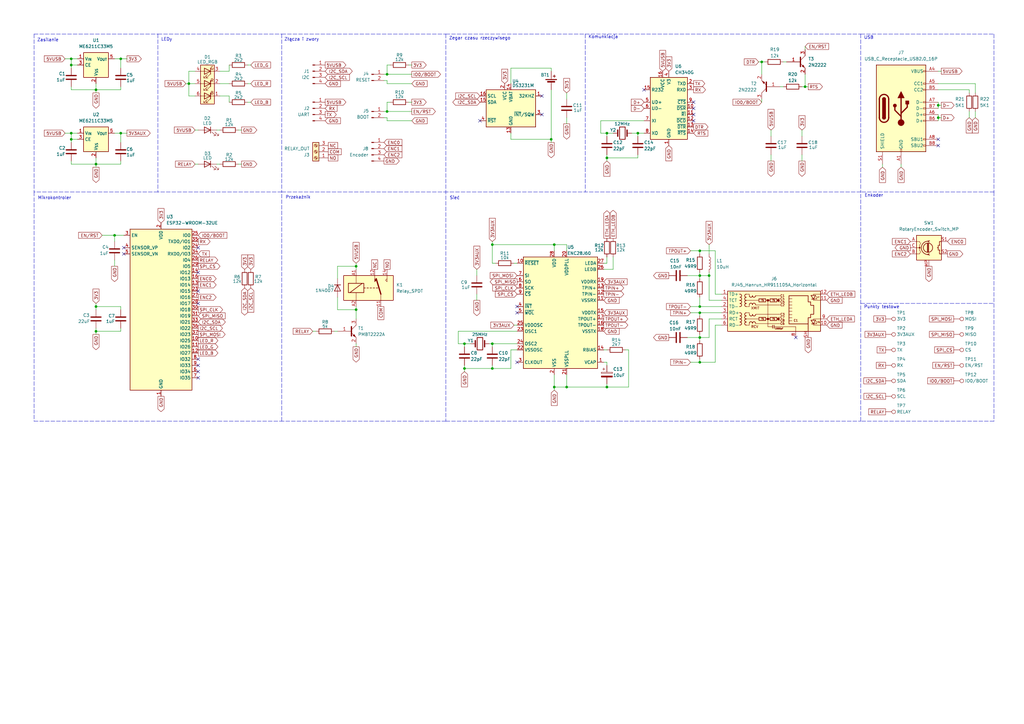
<source format=kicad_sch>
(kicad_sch (version 20231120) (generator "eeschema") (generator_version "8.0")
  (paper "A3")
  (title_block (title "DSMD AZBEST-3") (date "2024-12-25") (rev "3.0"))
  (junction (at 290.83 113.03))
  (junction (at 29.21 26.67))
  (junction (at 190.5 140.97))
  (junction (at 287.02 148.59))
  (junction (at 287.02 138.43))
  (junction (at 29.21 57.15))
  (junction (at 158.75 30.48))
  (junction (at 287.02 113.03))
  (junction (at 77.47 34.29))
  (junction (at 46.99 96.52))
  (junction (at 190.5 151.13))
  (junction (at 146.05 127))
  (junction (at 201.93 140.97))
  (junction (at 201.93 151.13))
  (junction (at 201.93 100.33))
  (junction (at 248.92 64.77))
  (junction (at 226.06 57.15))
  (junction (at 49.53 24.13))
  (junction (at 227.33 158.75))
  (junction (at 227.33 100.33))
  (junction (at 158.75 45.72))
  (junction (at 39.37 36.83))
  (junction (at 232.41 158.75))
  (junction (at 287.02 125.73))
  (junction (at 384.81 48.26))
  (junction (at 39.37 125.73))
  (junction (at 248.92 54.61))
  (junction (at 248.92 158.75))
  (junction (at 29.21 54.61))
  (junction (at 384.81 43.18))
  (junction (at 146.05 109.22))
  (junction (at 330.2 35.56))
  (junction (at 261.62 54.61))
  (junction (at 312.42 25.4))
  (junction (at 39.37 67.31))
  (junction (at 287.02 128.27))
  (junction (at 29.21 24.13))
  (junction (at 49.53 54.61))
  (junction (at 39.37 135.89))
  (junction (at 287.02 102.87))
  (no_connect (at 212.09 148.59))
  (no_connect (at 196.85 49.53))
  (no_connect (at 384.81 57.15))
  (no_connect (at 284.48 49.53))
  (no_connect (at 284.48 46.99))
  (no_connect (at 384.81 59.69))
  (no_connect (at 212.09 125.73))
  (no_connect (at 212.09 128.27))
  (no_connect (at 222.25 46.99))
  (no_connect (at 284.48 44.45))
  (no_connect (at 50.8 104.14))
  (no_connect (at 284.48 41.91))
  (no_connect (at 326.39 138.43))
  (no_connect (at 81.28 119.38))
  (no_connect (at 81.28 154.94))
  (no_connect (at 81.28 149.86))
  (no_connect (at 81.28 101.6))
  (no_connect (at 81.28 111.76))
  (no_connect (at 81.28 152.4))
  (no_connect (at 81.28 147.32))
  (no_connect (at 81.28 124.46))
  (no_connect (at 264.16 36.83))
  (no_connect (at 222.25 39.37))
  (no_connect (at 50.8 101.6))
  (wire (pts (xy 201.93 140.97) (xy 201.93 142.24)))
  (wire (pts (xy 39.37 67.31) (xy 39.37 68.58)))
  (wire (pts (xy 157.48 45.72) (xy 158.75 45.72)))
  (polyline (pts (xy 115.57 13.97) (xy 115.57 78.74)) (stroke (width 0) (type dash)))
  (wire (pts (xy 146.05 127) (xy 146.05 125.73)))
  (wire (pts (xy 99.06 67.31) (xy 97.79 67.31)))
  (wire (pts (xy 39.37 134.62) (xy 39.37 135.89)))
  (wire (pts (xy 201.93 140.97) (xy 212.09 140.97)))
  (wire (pts (xy 146.05 127) (xy 146.05 130.81)))
  (wire (pts (xy 295.91 130.81) (xy 290.83 130.81)))
  (wire (pts (xy 49.53 36.83) (xy 49.53 35.56)))
  (polyline (pts (xy 13.97 172.72) (xy 115.57 172.72)) (stroke (width 0) (type dash)))
  (wire (pts (xy 190.5 140.97) (xy 190.5 142.24)))
  (wire (pts (xy 39.37 36.83) (xy 39.37 38.1)))
  (wire (pts (xy 200.66 140.97) (xy 201.93 140.97)))
  (wire (pts (xy 39.37 125.73) (xy 39.37 127)))
  (wire (pts (xy 247.65 107.95) (xy 248.92 107.95)))
  (wire (pts (xy 261.62 63.5) (xy 261.62 64.77)))
  (wire (pts (xy 290.83 123.19) (xy 290.83 113.03)))
  (wire (pts (xy 232.41 100.33) (xy 232.41 102.87)))
  (wire (pts (xy 232.41 153.67) (xy 232.41 158.75)))
  (wire (pts (xy 146.05 127) (xy 138.43 127)))
  (wire (pts (xy 102.87 34.29) (xy 101.6 34.29)))
  (wire (pts (xy 226.06 57.15) (xy 226.06 58.42)))
  (wire (pts (xy 167.64 26.67) (xy 168.91 26.67)))
  (wire (pts (xy 41.91 96.52) (xy 46.99 96.52)))
  (polyline (pts (xy 64.77 13.97) (xy 64.77 78.74)) (stroke (width 0) (type dash)))
  (wire (pts (xy 232.41 38.1) (xy 232.41 40.64)))
  (wire (pts (xy 384.81 34.29) (xy 400.05 34.29)))
  (wire (pts (xy 39.37 64.77) (xy 39.37 67.31)))
  (wire (pts (xy 49.53 67.31) (xy 49.53 66.04)))
  (wire (pts (xy 400.05 34.29) (xy 400.05 38.1)))
  (wire (pts (xy 167.64 41.91) (xy 168.91 41.91)))
  (wire (pts (xy 293.37 133.35) (xy 295.91 133.35)))
  (wire (pts (xy 77.47 34.29) (xy 80.01 34.29)))
  (polyline (pts (xy 115.57 172.72) (xy 115.57 78.74)) (stroke (width 0) (type dash)))
  (wire (pts (xy 209.55 151.13) (xy 201.93 151.13)))
  (wire (pts (xy 248.92 54.61) (xy 251.46 54.61)))
  (wire (pts (xy 316.23 53.34) (xy 316.23 55.88)))
  (wire (pts (xy 158.75 26.67) (xy 158.75 30.48)))
  (wire (pts (xy 39.37 34.29) (xy 39.37 36.83)))
  (wire (pts (xy 210.82 107.95) (xy 212.09 107.95)))
  (wire (pts (xy 187.96 135.89) (xy 212.09 135.89)))
  (wire (pts (xy 187.96 140.97) (xy 190.5 140.97)))
  (wire (pts (xy 146.05 107.95) (xy 146.05 109.22)))
  (wire (pts (xy 90.17 67.31) (xy 88.9 67.31)))
  (wire (pts (xy 158.75 30.48) (xy 168.91 30.48)))
  (wire (pts (xy 93.98 26.67) (xy 93.98 29.21)))
  (polyline (pts (xy 182.88 13.97) (xy 240.03 13.97)) (stroke (width 0) (type dash)))
  (wire (pts (xy 328.93 53.34) (xy 328.93 55.88)))
  (wire (pts (xy 311.15 25.4) (xy 312.42 25.4)))
  (wire (pts (xy 283.21 148.59) (xy 287.02 148.59)))
  (wire (pts (xy 384.81 43.18) (xy 386.08 43.18)))
  (wire (pts (xy 210.82 133.35) (xy 212.09 133.35)))
  (wire (pts (xy 39.37 125.73) (xy 49.53 125.73)))
  (wire (pts (xy 209.55 57.15) (xy 226.06 57.15)))
  (wire (pts (xy 201.93 100.33) (xy 201.93 107.95)))
  (polyline (pts (xy 407.67 78.74) (xy 407.67 172.72)) (stroke (width 0) (type dash)))
  (wire (pts (xy 168.91 49.53) (xy 158.75 49.53)))
  (polyline (pts (xy 240.03 13.97) (xy 240.03 78.74)) (stroke (width 0) (type dash)))
  (wire (pts (xy 283.21 128.27) (xy 287.02 128.27)))
  (wire (pts (xy 248.92 148.59) (xy 247.65 148.59)))
  (wire (pts (xy 49.53 24.13) (xy 49.53 27.94)))
  (wire (pts (xy 146.05 109.22) (xy 146.05 110.49)))
  (wire (pts (xy 201.93 100.33) (xy 227.33 100.33)))
  (wire (pts (xy 312.42 25.4) (xy 313.69 25.4)))
  (polyline (pts (xy 182.88 172.72) (xy 353.06 172.72)) (stroke (width 0) (type dash)))
  (wire (pts (xy 201.93 151.13) (xy 190.5 151.13)))
  (polyline (pts (xy 407.67 13.97) (xy 407.67 78.74)) (stroke (width 0) (type dash)))
  (wire (pts (xy 227.33 158.75) (xy 232.41 158.75)))
  (wire (pts (xy 247.65 143.51) (xy 248.92 143.51)))
  (wire (pts (xy 287.02 129.54) (xy 287.02 128.27)))
  (wire (pts (xy 295.91 123.19) (xy 290.83 123.19)))
  (wire (pts (xy 39.37 67.31) (xy 49.53 67.31)))
  (wire (pts (xy 384.81 29.21) (xy 386.08 29.21)))
  (wire (pts (xy 46.99 96.52) (xy 50.8 96.52)))
  (wire (pts (xy 29.21 24.13) (xy 31.75 24.13)))
  (wire (pts (xy 77.47 39.37) (xy 77.47 34.29)))
  (wire (pts (xy 361.95 68.58) (xy 361.95 67.31)))
  (wire (pts (xy 397.51 36.83) (xy 384.81 36.83)))
  (wire (pts (xy 138.43 127) (xy 138.43 121.92)))
  (wire (pts (xy 246.38 49.53) (xy 246.38 54.61)))
  (wire (pts (xy 248.92 66.04) (xy 248.92 64.77)))
  (wire (pts (xy 52.07 54.61) (xy 49.53 54.61)))
  (wire (pts (xy 248.92 158.75) (xy 248.92 157.48)))
  (polyline (pts (xy 353.06 78.74) (xy 182.88 78.74)) (stroke (width 0) (type dash)))
  (wire (pts (xy 195.58 110.49) (xy 195.58 113.03)))
  (wire (pts (xy 227.33 158.75) (xy 227.33 153.67)))
  (wire (pts (xy 160.02 26.67) (xy 158.75 26.67)))
  (wire (pts (xy 39.37 124.46) (xy 39.37 125.73)))
  (wire (pts (xy 77.47 34.29) (xy 77.47 29.21)))
  (wire (pts (xy 46.99 96.52) (xy 46.99 99.06)))
  (wire (pts (xy 287.02 148.59) (xy 293.37 148.59)))
  (wire (pts (xy 80.01 53.34) (xy 81.28 53.34)))
  (wire (pts (xy 290.83 111.76) (xy 290.83 113.03)))
  (wire (pts (xy 397.51 38.1) (xy 397.51 36.83)))
  (wire (pts (xy 226.06 27.94) (xy 226.06 29.21)))
  (wire (pts (xy 201.93 99.06) (xy 201.93 100.33)))
  (wire (pts (xy 287.02 125.73) (xy 295.91 125.73)))
  (wire (pts (xy 293.37 102.87) (xy 287.02 102.87)))
  (wire (pts (xy 283.21 125.73) (xy 287.02 125.73)))
  (wire (pts (xy 290.83 130.81) (xy 290.83 138.43)))
  (wire (pts (xy 369.57 67.31) (xy 369.57 68.58)))
  (wire (pts (xy 39.37 67.31) (xy 29.21 67.31)))
  (wire (pts (xy 49.53 134.62) (xy 49.53 135.89)))
  (wire (pts (xy 287.02 138.43) (xy 287.02 139.7)))
  (wire (pts (xy 46.99 54.61) (xy 49.53 54.61)))
  (wire (pts (xy 287.02 121.92) (xy 287.02 125.73)))
  (wire (pts (xy 29.21 27.94) (xy 29.21 26.67)))
  (wire (pts (xy 251.46 110.49) (xy 251.46 105.41)))
  (wire (pts (xy 246.38 49.53) (xy 264.16 49.53)))
  (wire (pts (xy 157.48 30.48) (xy 158.75 30.48)))
  (wire (pts (xy 29.21 36.83) (xy 29.21 35.56)))
  (wire (pts (xy 29.21 67.31) (xy 29.21 66.04)))
  (wire (pts (xy 158.75 45.72) (xy 168.91 45.72)))
  (wire (pts (xy 290.83 113.03) (xy 287.02 113.03)))
  (wire (pts (xy 247.65 110.49) (xy 251.46 110.49)))
  (wire (pts (xy 330.2 30.48) (xy 330.2 35.56)))
  (wire (pts (xy 201.93 149.86) (xy 201.93 151.13)))
  (polyline (pts (xy 182.88 172.72) (xy 115.57 172.72)) (stroke (width 0) (type dash)))
  (wire (pts (xy 93.98 29.21) (xy 90.17 29.21)))
  (polyline (pts (xy 182.88 13.97) (xy 182.88 172.72)) (stroke (width 0) (type dash)))
  (wire (pts (xy 312.42 41.91) (xy 312.42 40.64)))
  (polyline (pts (xy 115.57 13.97) (xy 182.88 13.97)) (stroke (width 0) (type dash)))
  (polyline (pts (xy 13.97 13.97) (xy 64.77 13.97)) (stroke (width 0) (type dash)))
  (wire (pts (xy 168.91 34.29) (xy 158.75 34.29)))
  (wire (pts (xy 88.9 53.34) (xy 90.17 53.34)))
  (wire (pts (xy 158.75 48.26) (xy 157.48 48.26)))
  (wire (pts (xy 99.06 53.34) (xy 97.79 53.34)))
  (wire (pts (xy 146.05 142.24) (xy 146.05 140.97)))
  (wire (pts (xy 330.2 19.05) (xy 330.2 20.32)))
  (wire (pts (xy 384.81 46.99) (xy 384.81 48.26)))
  (wire (pts (xy 212.09 143.51) (xy 209.55 143.51)))
  (wire (pts (xy 293.37 120.65) (xy 295.91 120.65)))
  (polyline (pts (xy 64.77 78.74) (xy 13.97 78.74)) (stroke (width 0) (type dash)))
  (wire (pts (xy 49.53 125.73) (xy 49.53 127)))
  (polyline (pts (xy 353.06 13.97) (xy 407.67 13.97)) (stroke (width 0) (type dash)))
  (wire (pts (xy 281.94 138.43) (xy 287.02 138.43)))
  (wire (pts (xy 287.02 104.14) (xy 287.02 102.87)))
  (wire (pts (xy 128.27 135.89) (xy 129.54 135.89)))
  (wire (pts (xy 384.81 41.91) (xy 384.81 43.18)))
  (wire (pts (xy 29.21 57.15) (xy 29.21 54.61)))
  (polyline (pts (xy 407.67 172.72) (xy 353.06 172.72)) (stroke (width 0) (type dash)))
  (wire (pts (xy 190.5 140.97) (xy 193.04 140.97)))
  (wire (pts (xy 330.2 35.56) (xy 328.93 35.56)))
  (polyline (pts (xy 353.06 172.72) (xy 353.06 78.74)) (stroke (width 0) (type dash)))
  (wire (pts (xy 287.02 138.43) (xy 290.83 138.43)))
  (wire (pts (xy 261.62 54.61) (xy 261.62 55.88)))
  (wire (pts (xy 46.99 106.68) (xy 46.99 109.22)))
  (wire (pts (xy 160.02 41.91) (xy 158.75 41.91)))
  (wire (pts (xy 93.98 39.37) (xy 93.98 41.91)))
  (wire (pts (xy 39.37 135.89) (xy 49.53 135.89)))
  (polyline (pts (xy 64.77 13.97) (xy 115.57 13.97)) (stroke (width 0) (type dash)))
  (wire (pts (xy 321.31 25.4) (xy 322.58 25.4)))
  (wire (pts (xy 209.55 27.94) (xy 226.06 27.94)))
  (wire (pts (xy 330.2 35.56) (xy 331.47 35.56)))
  (wire (pts (xy 261.62 64.77) (xy 248.92 64.77)))
  (polyline (pts (xy 13.97 78.74) (xy 13.97 172.72)) (stroke (width 0) (type dash)))
  (wire (pts (xy 209.55 143.51) (xy 209.55 151.13)))
  (wire (pts (xy 39.37 36.83) (xy 49.53 36.83)))
  (wire (pts (xy 46.99 24.13) (xy 49.53 24.13)))
  (wire (pts (xy 259.08 54.61) (xy 261.62 54.61)))
  (wire (pts (xy 287.02 148.59) (xy 287.02 147.32)))
  (wire (pts (xy 158.75 33.02) (xy 157.48 33.02)))
  (wire (pts (xy 293.37 120.65) (xy 293.37 102.87)))
  (wire (pts (xy 384.81 48.26) (xy 386.08 48.26)))
  (wire (pts (xy 287.02 128.27) (xy 295.91 128.27)))
  (wire (pts (xy 90.17 39.37) (xy 93.98 39.37)))
  (wire (pts (xy 158.75 41.91) (xy 158.75 45.72)))
  (polyline (pts (xy 353.06 124.46) (xy 407.67 124.46)) (stroke (width 0) (type dash)))
  (wire (pts (xy 232.41 158.75) (xy 248.92 158.75)))
  (wire (pts (xy 227.33 100.33) (xy 232.41 100.33)))
  (wire (pts (xy 293.37 148.59) (xy 293.37 133.35)))
  (wire (pts (xy 328.93 63.5) (xy 328.93 66.04)))
  (wire (pts (xy 287.02 113.03) (xy 287.02 114.3)))
  (polyline (pts (xy 407.67 78.74) (xy 353.06 78.74)) (stroke (width 0) (type dash)))
  (wire (pts (xy 248.92 54.61) (xy 248.92 55.88)))
  (wire (pts (xy 187.96 135.89) (xy 187.96 140.97)))
  (wire (pts (xy 29.21 58.42) (xy 29.21 57.15)))
  (polyline (pts (xy 240.03 13.97) (xy 353.06 13.97)) (stroke (width 0) (type dash)))
  (wire (pts (xy 102.87 26.67) (xy 101.6 26.67)))
  (wire (pts (xy 29.21 54.61) (xy 31.75 54.61)))
  (wire (pts (xy 246.38 54.61) (xy 248.92 54.61)))
  (wire (pts (xy 209.55 54.61) (xy 209.55 57.15)))
  (wire (pts (xy 201.93 107.95) (xy 203.2 107.95)))
  (polyline (pts (xy 353.06 13.97) (xy 353.06 78.74)) (stroke (width 0) (type dash)))
  (wire (pts (xy 384.81 43.18) (xy 384.81 44.45)))
  (wire (pts (xy 316.23 63.5) (xy 316.23 66.04)))
  (wire (pts (xy 77.47 29.21) (xy 80.01 29.21)))
  (wire (pts (xy 226.06 36.83) (xy 226.06 57.15)))
  (polyline (pts (xy 115.57 78.74) (xy 64.77 78.74)) (stroke (width 0) (type dash)))
  (wire (pts (xy 281.94 113.03) (xy 287.02 113.03)))
  (wire (pts (xy 158.75 49.53) (xy 158.75 48.26)))
  (wire (pts (xy 31.75 26.67) (xy 29.21 26.67)))
  (wire (pts (xy 102.87 41.91) (xy 101.6 41.91)))
  (wire (pts (xy 190.5 151.13) (xy 190.5 149.86)))
  (wire (pts (xy 261.62 54.61) (xy 264.16 54.61)))
  (wire (pts (xy 195.58 120.65) (xy 195.58 123.19)))
  (wire (pts (xy 248.92 107.95) (xy 248.92 105.41)))
  (wire (pts (xy 90.17 34.29) (xy 93.98 34.29)))
  (wire (pts (xy 257.81 158.75) (xy 248.92 158.75)))
  (wire (pts (xy 138.43 109.22) (xy 138.43 114.3)))
  (wire (pts (xy 80.01 39.37) (xy 77.47 39.37)))
  (wire (pts (xy 287.02 137.16) (xy 287.02 138.43)))
  (wire (pts (xy 190.5 152.4) (xy 190.5 151.13)))
  (wire (pts (xy 232.41 48.26) (xy 232.41 50.8)))
  (wire (pts (xy 227.33 158.75) (xy 227.33 160.02)))
  (wire (pts (xy 209.55 27.94) (xy 209.55 34.29)))
  (wire (pts (xy 26.67 24.13) (xy 29.21 24.13)))
  (wire (pts (xy 137.16 135.89) (xy 138.43 135.89)))
  (wire (pts (xy 26.67 54.61) (xy 29.21 54.61)))
  (wire (pts (xy 384.81 48.26) (xy 384.81 49.53)))
  (wire (pts (xy 400.05 45.72) (xy 400.05 48.26)))
  (wire (pts (xy 248.92 148.59) (xy 248.92 149.86)))
  (wire (pts (xy 290.83 100.33) (xy 290.83 104.14)))
  (wire (pts (xy 397.51 45.72) (xy 397.51 48.26)))
  (polyline (pts (xy 115.57 78.74) (xy 182.88 78.74)) (stroke (width 0) (type dash)))
  (wire (pts (xy 248.92 64.77) (xy 248.92 63.5)))
  (wire (pts (xy 39.37 135.89) (xy 39.37 137.16)))
  (polyline (pts (xy 13.97 13.97) (xy 13.97 78.74)) (stroke (width 0) (type dash)))
  (wire (pts (xy 312.42 25.4) (xy 312.42 30.48)))
  (wire (pts (xy 80.01 67.31) (xy 81.28 67.31)))
  (wire (pts (xy 287.02 113.03) (xy 287.02 111.76)))
  (wire (pts (xy 257.81 143.51) (xy 257.81 158.75)))
  (wire (pts (xy 227.33 100.33) (xy 227.33 102.87)))
  (wire (pts (xy 29.21 26.67) (xy 29.21 24.13)))
  (wire (pts (xy 321.31 35.56) (xy 320.04 35.56)))
  (wire (pts (xy 39.37 36.83) (xy 29.21 36.83)))
  (wire (pts (xy 52.07 24.13) (xy 49.53 24.13)))
  (wire (pts (xy 257.81 143.51) (xy 256.54 143.51)))
  (wire (pts (xy 158.75 34.29) (xy 158.75 33.02)))
  (wire (pts (xy 49.53 54.61) (xy 49.53 58.42)))
  (wire (pts (xy 77.47 34.29) (xy 76.2 34.29)))
  (wire (pts (xy 146.05 109.22) (xy 138.43 109.22)))
  (wire (pts (xy 287.02 102.87) (xy 283.21 102.87)))
  (wire (pts (xy 31.75 57.15) (xy 29.21 57.15)))
  (text "LEDy" (at 66.04 16.256 0) (effects (font (size 1.27 1.27)) (justify left)))
  (text "Punkty testowe" (at 354.33 125.984 0) (effects (font (size 1.27 1.27)) (justify left)))
  (text "Przekaźnik" (at 117.094 81.026 0) (effects (font (size 1.27 1.27)) (justify left)))
  (text "Enkoder" (at 354.584 80.264 0) (effects (font (size 1.27 1.27)) (justify left)))
  (text "Złącza i zwory" (at 116.586 16.256 0) (effects (font (size 1.27 1.27)) (justify left)))
  (text "Sieć" (at 184.404 81.28 0) (effects (font (size 1.27 1.27)) (justify left)))
  (text "Zasilanie" (at 15.24 16.51 0) (effects (font (size 1.27 1.27)) (justify left)))
  (text "Komunkiacja" (at 241.3 15.24 0) (effects (font (size 1.27 1.27)) (justify left)))
  (text "Zegar czasu rzeczywisego" (at 184.15 15.748 0) (effects (font (size 1.27 1.27)) (justify left)))
  (text "Mikrokontroler" (at 15.494 81.28 0) (effects (font (size 1.27 1.27)) (justify left)))
  (text "USB" (at 354.33 15.494 0) (effects (font (size 1.27 1.27)) (justify left)))
  (global_label "GND" (shape output) (at 66.04 162.56 270) (property "Intersheetrefs" "${INTERSHEET_REFS}" (effects (hide yes))))
  (global_label "ENC2" (shape output) (at 81.28 121.92 0) (property "Intersheetrefs" "${INTERSHEET_REFS}" (effects (hide yes))))
  (global_label "EN{slash}RST" (shape passive) (at 391.16 149.86 180) (property "Intersheetrefs" "${INTERSHEET_REFS}" (effects (hide yes))))
  (global_label "GND" (shape input) (at 168.91 34.29 0) (property "Intersheetrefs" "${INTERSHEET_REFS}" (effects (hide yes))))
  (global_label "GND" (shape output) (at 157.48 66.04 0) (property "Intersheetrefs" "${INTERSHEET_REFS}" (effects (hide yes))))
  (global_label "EN{slash}RST" (shape input) (at 330.2 19.05 0) (property "Intersheetrefs" "${INTERSHEET_REFS}" (effects (hide yes))))
  (global_label "LED_R" (shape input) (at 102.87 34.29 0) (property "Intersheetrefs" "${INTERSHEET_REFS}" (effects (hide yes))))
  (global_label "SPI_CS" (shape passive) (at 391.16 143.51 180) (property "Intersheetrefs" "${INTERSHEET_REFS}" (effects (hide yes))))
  (global_label "SPI_CS" (shape output) (at 81.28 109.22 0) (property "Intersheetrefs" "${INTERSHEET_REFS}" (effects (hide yes))))
  (global_label "RX" (shape output) (at 81.28 99.06 0) (property "Intersheetrefs" "${INTERSHEET_REFS}" (effects (hide yes))))
  (global_label "GND" (shape output) (at 195.58 123.19 270) (property "Intersheetrefs" "${INTERSHEET_REFS}" (effects (hide yes))))
  (global_label "SPI_MISO" (shape passive) (at 391.16 137.16 180) (property "Intersheetrefs" "${INTERSHEET_REFS}" (effects (hide yes))))
  (global_label "SPI_CS" (shape input) (at 212.09 120.65 180) (property "Intersheetrefs" "${INTERSHEET_REFS}" (effects (hide yes))))
  (global_label "RELAY" (shape output) (at 81.28 106.68 0) (property "Intersheetrefs" "${INTERSHEET_REFS}" (effects (hide yes))))
  (global_label "I2C_SDA" (shape bidirectional) (at 81.28 132.08 0) (property "Intersheetrefs" "${INTERSHEET_REFS}" (effects (hide yes))))
  (global_label "GND" (shape input) (at 274.32 59.69 270) (property "Intersheetrefs" "${INTERSHEET_REFS}" (effects (hide yes))))
  (global_label "GND" (shape input) (at 133.35 49.53 0) (property "Intersheetrefs" "${INTERSHEET_REFS}" (effects (hide yes))))
  (global_label "LED_B" (shape input) (at 102.87 41.91 0) (property "Intersheetrefs" "${INTERSHEET_REFS}" (effects (hide yes))))
  (global_label "GND" (shape input) (at 339.09 123.19 0) (property "Intersheetrefs" "${INTERSHEET_REFS}" (effects (hide yes))))
  (global_label "3V3" (shape input) (at 102.87 110.49 90) (property "Intersheetrefs" "${INTERSHEET_REFS}" (effects (hide yes))))
  (global_label "ENC2" (shape input) (at 157.48 63.5 0) (property "Intersheetrefs" "${INTERSHEET_REFS}" (effects (hide yes))))
  (global_label "ETH_LEDB" (shape output) (at 251.46 97.79 90) (property "Intersheetrefs" "${INTERSHEET_REFS}" (effects (hide yes))))
  (global_label "GND" (shape output) (at 39.37 68.58 270) (property "Intersheetrefs" "${INTERSHEET_REFS}" (effects (hide yes))))
  (global_label "GND" (shape input) (at 400.05 48.26 270) (property "Intersheetrefs" "${INTERSHEET_REFS}" (effects (hide yes))))
  (global_label "IO0{slash}BOOT" (shape output) (at 168.91 30.48 0) (property "Intersheetrefs" "${INTERSHEET_REFS}" (effects (hide yes))))
  (global_label "D+" (shape output) (at 386.08 48.26 0) (property "Intersheetrefs" "${INTERSHEET_REFS}" (effects (hide yes))))
  (global_label "TX" (shape passive) (at 363.22 143.51 180) (property "Intersheetrefs" "${INTERSHEET_REFS}" (effects (hide yes))))
  (global_label "I2C_SCL" (shape input) (at 196.85 39.37 180) (property "Intersheetrefs" "${INTERSHEET_REFS}" (effects (hide yes))))
  (global_label "GND" (shape input) (at 247.65 135.89 0) (property "Intersheetrefs" "${INTERSHEET_REFS}" (effects (hide yes))))
  (global_label "EN{slash}RST" (shape input) (at 41.91 96.52 180) (property "Intersheetrefs" "${INTERSHEET_REFS}" (effects (hide yes))))
  (global_label "NC" (shape passive) (at 153.67 110.49 90) (property "Intersheetrefs" "${INTERSHEET_REFS}" (effects (hide yes))))
  (global_label "GND" (shape output) (at 388.62 104.14 0) (property "Intersheetrefs" "${INTERSHEET_REFS}" (effects (hide yes))))
  (global_label "GND" (shape output) (at 274.32 113.03 180) (property "Intersheetrefs" "${INTERSHEET_REFS}" (effects (hide yes))))
  (global_label "I2C_SCL" (shape input) (at 102.87 118.11 270) (property "Intersheetrefs" "${INTERSHEET_REFS}" (effects (hide yes))))
  (global_label "5VUSB" (shape input) (at 80.01 53.34 180) (property "Intersheetrefs" "${INTERSHEET_REFS}" (effects (hide yes))))
  (global_label "3V3AUX" (shape input) (at 290.83 100.33 90) (property "Intersheetrefs" "${INTERSHEET_REFS}" (effects (hide yes))))
  (global_label "TX" (shape input) (at 81.28 104.14 0) (property "Intersheetrefs" "${INTERSHEET_REFS}" (effects (hide yes))))
  (global_label "ENC0" (shape output) (at 81.28 114.3 0) (property "Intersheetrefs" "${INTERSHEET_REFS}" (effects (hide yes))))
  (global_label "TPOUT+" (shape output) (at 247.65 130.81 0) (property "Intersheetrefs" "${INTERSHEET_REFS}" (effects (hide yes))))
  (global_label "ENC2" (shape input) (at 373.38 104.14 180) (property "Intersheetrefs" "${INTERSHEET_REFS}" (effects (hide yes))))
  (global_label "SPI_CLK" (shape output) (at 81.28 127 0) (property "Intersheetrefs" "${INTERSHEET_REFS}" (effects (hide yes))))
  (global_label "I2C_SCL" (shape output) (at 81.28 134.62 0) (property "Intersheetrefs" "${INTERSHEET_REFS}" (effects (hide yes))))
  (global_label "SPI_MOSI" (shape input) (at 212.09 113.03 180) (property "Intersheetrefs" "${INTERSHEET_REFS}" (effects (hide yes))))
  (global_label "3V3" (shape output) (at 52.07 24.13 0) (property "Intersheetrefs" "${INTERSHEET_REFS}" (effects (hide yes))))
  (global_label "TX" (shape output) (at 133.35 46.99 0) (property "Intersheetrefs" "${INTERSHEET_REFS}" (effects (hide yes))))
  (global_label "LED_B" (shape output) (at 81.28 144.78 0) (property "Intersheetrefs" "${INTERSHEET_REFS}" (effects (hide yes))))
  (global_label "I2C_SDA" (shape bidirectional) (at 196.85 41.91 180) (property "Intersheetrefs" "${INTERSHEET_REFS}" (effects (hide yes))))
  (global_label "D+" (shape input) (at 264.16 41.91 180) (property "Intersheetrefs" "${INTERSHEET_REFS}" (effects (hide yes))))
  (global_label "TPIN-" (shape input) (at 283.21 148.59 180) (property "Intersheetrefs" "${INTERSHEET_REFS}" (effects (hide yes))))
  (global_label "GND" (shape output) (at 226.06 58.42 270) (property "Intersheetrefs" "${INTERSHEET_REFS}" (effects (hide yes))))
  (global_label "GND" (shape input) (at 168.91 49.53 0) (property "Intersheetrefs" "${INTERSHEET_REFS}" (effects (hide yes))))
  (global_label "D-" (shape input) (at 264.16 44.45 180) (property "Intersheetrefs" "${INTERSHEET_REFS}" (effects (hide yes))))
  (global_label "EN{slash}RST" (shape output) (at 168.91 45.72 0) (property "Intersheetrefs" "${INTERSHEET_REFS}" (effects (hide yes))))
  (global_label "3V3" (shape input) (at 207.01 34.29 90) (property "Intersheetrefs" "${INTERSHEET_REFS}" (effects (hide yes))))
  (global_label "ETH_LEDB" (shape input) (at 339.09 120.65 0) (property "Intersheetrefs" "${INTERSHEET_REFS}" (effects (hide yes))))
  (global_label "GND" (shape input) (at 369.57 68.58 270) (property "Intersheetrefs" "${INTERSHEET_REFS}" (effects (hide yes))))
  (global_label "GND" (shape output) (at 99.06 67.31 0) (property "Intersheetrefs" "${INTERSHEET_REFS}" (effects (hide yes))))
  (global_label "ENC1" (shape input) (at 157.48 60.96 0) (property "Intersheetrefs" "${INTERSHEET_REFS}" (effects (hide yes))))
  (global_label "GND" (shape output) (at 328.93 66.04 270) (property "Intersheetrefs" "${INTERSHEET_REFS}" (effects (hide yes))))
  (global_label "I2C_SCL" (shape passive) (at 363.22 162.56 180) (property "Intersheetrefs" "${INTERSHEET_REFS}" (effects (hide yes))))
  (global_label "3V3" (shape input) (at 66.04 91.44 90) (property "Intersheetrefs" "${INTERSHEET_REFS}" (effects (hide yes))))
  (global_label "GND" (shape input) (at 248.92 66.04 270) (property "Intersheetrefs" "${INTERSHEET_REFS}" (effects (hide yes))))
  (global_label "RELAY" (shape input) (at 80.01 67.31 180) (property "Intersheetrefs" "${INTERSHEET_REFS}" (effects (hide yes))))
  (global_label "GND" (shape output) (at 316.23 66.04 270) (property "Intersheetrefs" "${INTERSHEET_REFS}" (effects (hide yes))))
  (global_label "ETH_LEDA" (shape output) (at 248.92 97.79 90) (property "Intersheetrefs" "${INTERSHEET_REFS}" (effects (hide yes))))
  (global_label "IO0{slash}BOOT" (shape passive) (at 391.16 156.21 180) (property "Intersheetrefs" "${INTERSHEET_REFS}" (effects (hide yes))))
  (global_label "GND" (shape output) (at 331.47 138.43 270) (property "Intersheetrefs" "${INTERSHEET_REFS}" (effects (hide yes))))
  (global_label "TPOUT-" (shape input) (at 283.21 125.73 180) (property "Intersheetrefs" "${INTERSHEET_REFS}" (effects (hide yes))))
  (global_label "IO0{slash}BOOT" (shape input) (at 312.42 41.91 180) (property "Intersheetrefs" "${INTERSHEET_REFS}" (effects (hide yes))))
  (global_label "LED_G" (shape output) (at 81.28 142.24 0) (property "Intersheetrefs" "${INTERSHEET_REFS}" (effects (hide yes))))
  (global_label "3V3" (shape output) (at 168.91 26.67 0) (property "Intersheetrefs" "${INTERSHEET_REFS}" (effects (hide yes))))
  (global_label "RELAY" (shape input) (at 128.27 135.89 180) (property "Intersheetrefs" "${INTERSHEET_REFS}" (effects (hide yes))))
  (global_label "NO" (shape passive) (at 158.75 110.49 90) (property "Intersheetrefs" "${INTERSHEET_REFS}" (effects (hide yes))))
  (global_label "GND" (shape input) (at 339.09 133.35 0) (property "Intersheetrefs" "${INTERSHEET_REFS}" (effects (hide yes))))
  (global_label "ETH_LEDA" (shape input) (at 339.09 130.81 0) (property "Intersheetrefs" "${INTERSHEET_REFS}" (effects (hide yes))))
  (global_label "SPI_MOSI" (shape output) (at 81.28 137.16 0) (property "Intersheetrefs" "${INTERSHEET_REFS}" (effects (hide yes))))
  (global_label "3V3AUX" (shape input) (at 210.82 133.35 180) (property "Intersheetrefs" "${INTERSHEET_REFS}" (effects (hide yes))))
  (global_label "ENC1" (shape output) (at 81.28 116.84 0) (property "Intersheetrefs" "${INTERSHEET_REFS}" (effects (hide yes))))
  (global_label "RX" (shape input) (at 133.35 44.45 0) (property "Intersheetrefs" "${INTERSHEET_REFS}" (effects (hide yes))))
  (global_label "GND" (shape input) (at 361.95 68.58 270) (property "Intersheetrefs" "${INTERSHEET_REFS}" (effects (hide yes))))
  (global_label "GND" (shape input) (at 227.33 160.02 270) (property "Intersheetrefs" "${INTERSHEET_REFS}" (effects (hide yes))))
  (global_label "RELAY" (shape passive) (at 363.22 168.91 180) (property "Intersheetrefs" "${INTERSHEET_REFS}" (effects (hide yes))))
  (global_label "5VUSB" (shape input) (at 271.78 29.21 90) (property "Intersheetrefs" "${INTERSHEET_REFS}" (effects (hide yes))))
  (global_label "RX" (shape passive) (at 363.22 149.86 180) (property "Intersheetrefs" "${INTERSHEET_REFS}" (effects (hide yes))))
  (global_label "I2C_SDA" (shape passive) (at 363.22 156.21 180) (property "Intersheetrefs" "${INTERSHEET_REFS}" (effects (hide yes))))
  (global_label "3V3" (shape input) (at 232.41 38.1 90) (property "Intersheetrefs" "${INTERSHEET_REFS}" (effects (hide yes))))
  (global_label "GND" (shape input) (at 190.5 152.4 270) (property "Intersheetrefs" "${INTERSHEET_REFS}" (effects (hide yes))))
  (global_label "5VUSB" (shape input) (at 76.2 34.29 180) (property "Intersheetrefs" "${INTERSHEET_REFS}" (effects (hide yes))))
  (global_label "5VUSB" (shape output) (at 133.35 26.67 0) (property "Intersheetrefs" "${INTERSHEET_REFS}" (effects (hide yes))))
  (global_label "GND" (shape output) (at 46.99 109.22 270) (property "Intersheetrefs" "${INTERSHEET_REFS}" (effects (hide yes))))
  (global_label "3V3AUX" (shape passive) (at 363.22 137.16 180) (property "Intersheetrefs" "${INTERSHEET_REFS}" (effects (hide yes))))
  (global_label "3V3AUX" (shape input) (at 195.58 110.49 90) (property "Intersheetrefs" "${INTERSHEET_REFS}" (effects (hide yes))))
  (global_label "3V3" (shape output) (at 168.91 41.91 0) (property "Intersheetrefs" "${INTERSHEET_REFS}" (effects (hide yes))))
  (global_label "GND" (shape input) (at 133.35 34.29 0) (property "Intersheetrefs" "${INTERSHEET_REFS}" (effects (hide yes))))
  (global_label "5VUSB" (shape input) (at 26.67 54.61 180) (property "Intersheetrefs" "${INTERSHEET_REFS}" (effects (hide yes))))
  (global_label "DTR" (shape input) (at 311.15 25.4 180) (property "Intersheetrefs" "${INTERSHEET_REFS}" (effects (hide yes))))
  (global_label "GND" (shape output) (at 39.37 137.16 270) (property "Intersheetrefs" "${INTERSHEET_REFS}" (effects (hide yes))))
  (global_label "I2C_SCL" (shape input) (at 133.35 31.75 0) (property "Intersheetrefs" "${INTERSHEET_REFS}" (effects (hide yes))))
  (global_label "I2C_SDA" (shape bidirectional) (at 100.33 118.11 270) (property "Intersheetrefs" "${INTERSHEET_REFS}" (effects (hide yes))))
  (global_label "GND" (shape output) (at 146.05 142.24 270) (property "Intersheetrefs" "${INTERSHEET_REFS}" (effects (hide yes))))
  (global_label "NO" (shape passive) (at 134.62 64.77 0) (property "Intersheetrefs" "${INTERSHEET_REFS}" (effects (hide yes))))
  (global_label "TPIN+" (shape output) (at 247.65 118.11 0) (property "Intersheetrefs" "${INTERSHEET_REFS}" (effects (hide yes))))
  (global_label "LED_G" (shape input) (at 102.87 26.67 0) (property "Intersheetrefs" "${INTERSHEET_REFS}" (effects (hide yes))))
  (global_label "SPI_MOSI" (shape passive) (at 391.16 130.81 180) (property "Intersheetrefs" "${INTERSHEET_REFS}" (effects (hide yes))))
  (global_label "RX" (shape output) (at 284.48 36.83 0) (property "Intersheetrefs" "${INTERSHEET_REFS}" (effects (hide yes))))
  (global_label "GND" (shape input) (at 247.65 123.19 0) (property "Intersheetrefs" "${INTERSHEET_REFS}" (effects (hide yes))))
  (global_label "RTS" (shape output) (at 331.47 35.56 0) (property "Intersheetrefs" "${INTERSHEET_REFS}" (effects (hide yes))))
  (global_label "3V3" (shape passive) (at 363.22 130.81 180) (property "Intersheetrefs" "${INTERSHEET_REFS}" (effects (hide yes))))
  (global_label "3V3AUX" (shape input) (at 247.65 128.27 0) (property "Intersheetrefs" "${INTERSHEET_REFS}" (effects (hide yes))))
  (global_label "3V3" (shape input) (at 100.33 110.49 90) (property "Intersheetrefs" "${INTERSHEET_REFS}" (effects (hide yes))))
  (global_label "GND" (shape input) (at 397.51 48.26 270) (property "Intersheetrefs" "${INTERSHEET_REFS}" (effects (hide yes))))
  (global_label "GND" (shape output) (at 373.38 101.6 180) (property "Intersheetrefs" "${INTERSHEET_REFS}" (effects (hide yes))))
  (global_label "5VUSB" (shape input) (at 316.23 53.34 90) (property "Intersheetrefs" "${INTERSHEET_REFS}" (effects (hide yes))))
  (global_label "3V3" (shape input) (at 39.37 124.46 90) (property "Intersheetrefs" "${INTERSHEET_REFS}" (effects (hide yes))))
  (global_label "D-" (shape output) (at 386.08 43.18 0) (property "Intersheetrefs" "${INTERSHEET_REFS}" (effects (hide yes))))
  (global_label "TPOUT-" (shape output) (at 247.65 133.35 0) (property "Intersheetrefs" "${INTERSHEET_REFS}" (effects (hide yes))))
  (global_label "3V3AUX" (shape input) (at 247.65 115.57 0) (property "Intersheetrefs" "${INTERSHEET_REFS}" (effects (hide yes))))
  (global_label "NC" (shape passive) (at 134.62 59.69 0) (property "Intersheetrefs" "${INTERSHEET_REFS}" (effects (hide yes))))
  (global_label "TPIN-" (shape output) (at 247.65 120.65 0) (property "Intersheetrefs" "${INTERSHEET_REFS}" (effects (hide yes))))
  (global_label "SPI_MISO" (shape output) (at 212.09 115.57 180) (property "Intersheetrefs" "${INTERSHEET_REFS}" (effects (hide yes))))
  (global_label "3V3" (shape input) (at 274.32 29.21 90) (property "Intersheetrefs" "${INTERSHEET_REFS}" (effects (hide yes))))
  (global_label "COM" (shape passive) (at 134.62 62.23 0) (property "Intersheetrefs" "${INTERSHEET_REFS}" (effects (hide yes))))
  (global_label "TPOUT+" (shape input) (at 283.21 102.87 180) (property "Intersheetrefs" "${INTERSHEET_REFS}" (effects (hide yes))))
  (global_label "5VUSB" (shape output) (at 133.35 41.91 0) (property "Intersheetrefs" "${INTERSHEET_REFS}" (effects (hide yes))))
  (global_label "GND" (shape output) (at 39.37 38.1 270) (property "Intersheetrefs" "${INTERSHEET_REFS}" (effects (hide yes))))
  (global_label "GND" (shape output) (at 232.41 50.8 270) (property "Intersheetrefs" "${INTERSHEET_REFS}" (effects (hide yes))))
  (global_label "IO0{slash}BOOT" (shape input) (at 81.28 96.52 0) (property "Intersheetrefs" "${INTERSHEET_REFS}" (effects (hide yes))))
  (global_label "3V3" (shape input) (at 328.93 53.34 90) (property "Intersheetrefs" "${INTERSHEET_REFS}" (effects (hide yes))))
  (global_label "COM" (shape passive) (at 156.21 125.73 270) (property "Intersheetrefs" "${INTERSHEET_REFS}" (effects (hide yes))))
  (global_label "3V3AUX" (shape input) (at 201.93 99.06 90) (property "Intersheetrefs" "${INTERSHEET_REFS}" (effects (hide yes))))
  (global_label "5VUSB" (shape input) (at 146.05 107.95 90) (property "Intersheetrefs" "${INTERSHEET_REFS}" (effects (hide yes))))
  (global_label "RTS" (shape input) (at 284.48 54.61 0) (property "Intersheetrefs" "${INTERSHEET_REFS}" (effects (hide yes))))
  (global_label "GND" (shape output) (at 99.06 53.34 0) (property "Intersheetrefs" "${INTERSHEET_REFS}" (effects (hide yes))))
  (global_label "5VUSB" (shape output) (at 386.08 29.21 0) (property "Intersheetrefs" "${INTERSHEET_REFS}" (effects (hide yes))))
  (global_label "I2C_SDA" (shape bidirectional) (at 133.35 29.21 0) (property "Intersheetrefs" "${INTERSHEET_REFS}" (effects (hide yes))))
  (global_label "TPIN+" (shape input) (at 283.21 128.27 180) (property "Intersheetrefs" "${INTERSHEET_REFS}" (effects (hide yes))))
  (global_label "ENC0" (shape input) (at 388.62 99.06 0) (property "Intersheetrefs" "${INTERSHEET_REFS}" (effects (hide yes))))
  (global_label "5VUSB" (shape input) (at 26.67 24.13 180) (property "Intersheetrefs" "${INTERSHEET_REFS}" (effects (hide yes))))
  (global_label "SPI_MISO" (shape input) (at 81.28 129.54 0) (property "Intersheetrefs" "${INTERSHEET_REFS}" (effects (hide yes))))
  (global_label "LED_R" (shape output) (at 81.28 139.7 0) (property "Intersheetrefs" "${INTERSHEET_REFS}" (effects (hide yes))))
  (global_label "3V3AUX" (shape output) (at 52.07 54.61 0) (property "Intersheetrefs" "${INTERSHEET_REFS}" (effects (hide yes))))
  (global_label "TX" (shape output) (at 284.48 34.29 0) (property "Intersheetrefs" "${INTERSHEET_REFS}" (effects (hide yes))))
  (global_label "GND" (shape output) (at 381 109.22 270) (property "Intersheetrefs" "${INTERSHEET_REFS}" (effects (hide yes))))
  (global_label "ENC1" (shape input) (at 373.38 99.06 180) (property "Intersheetrefs" "${INTERSHEET_REFS}" (effects (hide yes))))
  (global_label "DTR" (shape output) (at 284.48 52.07 0) (property "Intersheetrefs" "${INTERSHEET_REFS}" (effects (hide yes))))
  (global_label "GND" (shape output) (at 274.32 138.43 180) (property "Intersheetrefs" "${INTERSHEET_REFS}" (effects (hide yes))))
  (global_label "SPI_CLK" (shape input) (at 212.09 118.11 180) (property "Intersheetrefs" "${INTERSHEET_REFS}" (effects (hide yes))))
  (global_label "ENC0" (shape input) (at 157.48 58.42 0) (property "Intersheetrefs" "${INTERSHEET_REFS}" (effects (hide yes))))
  (symbol (lib_id "Device:R") (at 163.83 26.67 90) (unit 1)
    (property "Reference" "R9" (at 163.83 22.606 90))
    (property "Value" "12k" (at 163.83 24.384 90))
    (property "Footprint" "Resistor_SMD:R_0603_1608Metric_Pad0.98x0.95mm_HandSolder" (effects (hide yes)))
    (property "Description" "Resistor" (effects (hide yes)))
  )
  (symbol (lib_id "Device:C") (at 201.93 146.05 0) (unit 1)
    (property "Reference" "C10" (at 204.47 144.78 0) (effects (justify left)))
    (property "Value" "22pF" (at 204.47 147.32 0) (effects (justify left)))
    (property "Footprint" "Capacitor_SMD:C_0805_2012Metric_Pad1.18x1.45mm_HandSolder" (effects (hide yes)))
    (property "Description" "Unpolarized capacitor" (effects (hide yes)))
  )
  (symbol (lib_id "Regulator_Linear:ME6211C33M5") (at 39.37 57.15 0) (unit 1)
    (property "Reference" "U2" (at 39.37 46.99 0))
    (property "Value" "ME6211C33M5" (at 39.37 49.53 0))
    (property "Footprint" "Package_TO_SOT_SMD:SOT-23-5" (effects (hide yes)))
    (property "Datasheet" "https://www.lcsc.com/datasheet/lcsc_datasheet_2304140030_MICRONE-Nanjing-Micro-One-Elec-ME6211C33R5G_C235316.pdf" (effects (hide yes)))
    (property "Description" "500mA low dropout linear regulator, shutdown pin, 6.5V max input voltage, 3.3V fixed positive output, SOT-23-5" (effects (hide yes)))
  )
  (symbol (lib_id "Device:C") (at 278.13 113.03 90) (unit 1)
    (property "Reference" "C15" (at 278.638 106.934 90) (effects (justify left)))
    (property "Value" "10nF" (at 279.654 109.474 90) (effects (justify left)))
    (property "Footprint" "Capacitor_SMD:C_0805_2012Metric_Pad1.18x1.45mm_HandSolder" (effects (hide yes)))
    (property "Description" "Unpolarized capacitor" (effects (hide yes)))
  )
  (symbol (lib_id "Device:R") (at 100.33 114.3 180) (unit 1)
    (property "Reference" "R6" (at 97.282 113.538 0))
    (property "Value" "12k" (at 97.282 115.316 0))
    (property "Footprint" "Resistor_SMD:R_0603_1608Metric_Pad0.98x0.95mm_HandSolder" (effects (hide yes)))
    (property "Description" "Resistor" (effects (hide yes)))
  )
  (symbol (lib_id "Device:C") (at 49.53 130.81 0) (unit 1)
    (property "Reference" "C7" (at 44.45 129.54 0) (effects (justify left)))
    (property "Value" "1uF" (at 43.434 131.826 0) (effects (justify left)))
    (property "Footprint" "Capacitor_SMD:C_0603_1608Metric_Pad1.08x0.95mm_HandSolder" (effects (hide yes)))
    (property "Description" "Unpolarized capacitor" (effects (hide yes)))
  )
  (symbol (lib_id "Connector:RJ45_Hanrun_HR911105A_Horizontal") (at 316.23 128.27 0) (unit 1)
    (property "Reference" "J6" (at 317.5 114.3 0))
    (property "Value" "RJ45_Hanrun_HR911105A_Horizontal" (at 317.5 116.84 0))
    (property "Footprint" "Connector_RJ:RJ45_Hanrun_HR911105A_Horizontal" (effects (hide yes)))
    (property "Datasheet" "https://datasheet.lcsc.com/lcsc/1811141815_HANRUN-Zhongshan-HanRun-Elec-HR911105A_C12074.pdf" (effects (hide yes)))
    (property "Description" "1 Port RJ45 Magjack Connector Through Hole 10/100 Base-T, AutoMDIX" (effects (hide yes)))
  )
  (symbol (lib_id "Transistor_BJT:PMBT2222A") (at 143.51 135.89 0) (unit 1)
    (property "Reference" "T1" (at 146.812 134.62 0) (effects (justify left)))
    (property "Value" "PMBT2222A" (at 146.812 137.16 0) (effects (justify left)))
    (property "Footprint" "Package_TO_SOT_SMD:SOT-23_Handsoldering" (effects (hide yes)))
    (property "Datasheet" "https://assets.nexperia.com/documents/data-sheet/PMBT2222A.pdf" (effects (hide yes)))
    (property "Description" "600mA Ic, 40V Vce, NPN Transistor, SOT-23" (effects (hide yes)))
  )
  (symbol (lib_id "Device:C") (at 190.5 146.05 0) (unit 1)
    (property "Reference" "C8" (at 193.04 144.78 0) (effects (justify left)))
    (property "Value" "22pF" (at 193.04 147.32 0) (effects (justify left)))
    (property "Footprint" "Capacitor_SMD:C_0805_2012Metric_Pad1.18x1.45mm_HandSolder" (effects (hide yes)))
    (property "Description" "Unpolarized capacitor" (effects (hide yes)))
  )
  (symbol (lib_id "Device:C") (at 29.21 31.75 0) (mirror y) (unit 1)
    (property "Reference" "C1" (at 24.13 30.226 0) (effects (justify right)))
    (property "Value" "1uF" (at 23.114 32.766 0) (effects (justify right)))
    (property "Footprint" "Capacitor_SMD:C_0603_1608Metric_Pad1.08x0.95mm_HandSolder" (effects (hide yes)))
    (property "Description" "Unpolarized capacitor" (effects (hide yes)))
  )
  (symbol (lib_id "Device:C") (at 195.58 116.84 0) (unit 1)
    (property "Reference" "C9" (at 188.976 115.824 0) (effects (justify left)))
    (property "Value" "1uF" (at 189.23 117.856 0) (effects (justify left)))
    (property "Footprint" "Capacitor_SMD:C_0603_1608Metric_Pad1.08x0.95mm_HandSolder" (effects (hide yes)))
    (property "Description" "Unpolarized capacitor" (effects (hide yes)))
  )
  (symbol (lib_id "Device:R") (at 287.02 143.51 180) (unit 1)
    (property "Reference" "R18" (at 283.21 142.24 0))
    (property "Value" "49R9" (at 283.21 144.78 0))
    (property "Footprint" "Resistor_SMD:R_0805_2012Metric_Pad1.20x1.40mm_HandSolder" (effects (hide yes)))
    (property "Description" "Resistor" (effects (hide yes)))
  )
  (symbol (lib_id "Connector:TestPoint") (at 363.22 143.51 270) (unit 1)
    (property "Reference" "TP3" (at 367.792 140.97 90) (effects (justify left)))
    (property "Value" "TX" (at 367.792 143.51 90) (effects (justify left)))
    (property "Footprint" "TestPoint:TestPoint_Pad_D1.0mm" (effects (hide yes)))
    (property "Description" "test point" (effects (hide yes)))
  )
  (symbol (lib_id "Interface_USB:CH340G") (at 274.32 44.45 0) (unit 1)
    (property "Reference" "U6" (at 276.86 27.178 0) (effects (justify left)))
    (property "Value" "CH340G" (at 276.86 29.718 0) (effects (justify left)))
    (property "Footprint" "Package_SO:SOIC-16_3.9x9.9mm_P1.27mm" (effects (hide yes)))
    (property "Datasheet" "http://www.datasheet5.com/pdf-local-2195953" (effects (hide yes)))
    (property "Description" "USB serial converter, UART, SOIC-16" (effects (hide yes)))
  )
  (symbol (lib_id "Device:L") (at 290.83 107.95 0) (unit 1)
    (property "Reference" "L1" (at 293.878 106.934 0) (effects (justify left)))
    (property "Value" "10uH" (at 293.878 109.474 0) (effects (justify left)))
    (property "Footprint" "Inductor_SMD:L_0805_2012Metric_Pad1.15x1.40mm_HandSolder" (effects (hide yes)))
    (property "Description" "Inductor" (effects (hide yes)))
  )
  (symbol (lib_id "Device:LED_RGB") (at 85.09 34.29 180) (unit 1)
    (property "Reference" "D1" (at 85.09 23.368 0))
    (property "Value" "LED_RGB" (at 85.09 25.4 0))
    (property "Footprint" "LED_SMD:LED_RGB_5050-6" (effects (hide yes)))
    (property "Description" "RGB LED, 6 pin package" (effects (hide yes)))
  )
  (symbol (lib_id "Device:R") (at 133.35 135.89 90) (mirror x) (unit 1)
    (property "Reference" "R8" (at 133.35 132.08 90))
    (property "Value" "5k" (at 133.35 133.858 90))
    (property "Footprint" "Resistor_SMD:R_0603_1608Metric_Pad0.98x0.95mm_HandSolder" (effects (hide yes)))
    (property "Description" "Resistor" (effects (hide yes)))
  )
  (symbol (lib_id "Connector:Conn_01x04_Pin") (at 128.27 44.45 0) (unit 1)
    (property "Reference" "J2" (at 127 44.4499 0) (effects (justify right)))
    (property "Value" "UART" (at 127 46.9899 0) (effects (justify right)))
    (property "Footprint" "Connector_PinHeader_2.54mm:PinHeader_1x04_P2.54mm_Vertical" (effects (hide yes)))
    (property "Description" "Generic connector, single row, 01x04, script generated" (effects (hide yes)))
  )
  (symbol (lib_id "Regulator_Linear:ME6211C33M5") (at 39.37 26.67 0) (unit 1)
    (property "Reference" "U1" (at 39.37 16.51 0))
    (property "Value" "ME6211C33M5" (at 39.37 19.05 0))
    (property "Footprint" "Package_TO_SOT_SMD:SOT-23-5" (effects (hide yes)))
    (property "Datasheet" "https://www.lcsc.com/datasheet/lcsc_datasheet_2304140030_MICRONE-Nanjing-Micro-One-Elec-ME6211C33R5G_C235316.pdf" (effects (hide yes)))
    (property "Description" "500mA low dropout linear regulator, shutdown pin, 6.5V max input voltage, 3.3V fixed positive output, SOT-23-5" (effects (hide yes)))
  )
  (symbol (lib_id "Device:R") (at 400.05 41.91 0) (unit 1)
    (property "Reference" "R22" (at 403.86 40.64 0))
    (property "Value" "5K1" (at 403.86 43.18 0))
    (property "Footprint" "Resistor_SMD:R_0603_1608Metric_Pad0.98x0.95mm_HandSolder" (effects (hide yes)))
    (property "Description" "Resistor" (effects (hide yes)))
  )
  (symbol (lib_id "Device:R") (at 317.5 25.4 90) (unit 1)
    (property "Reference" "R19" (at 317.754 20.32 90))
    (property "Value" "12k" (at 317.754 22.86 90))
    (property "Footprint" "Resistor_SMD:R_0603_1608Metric_Pad0.98x0.95mm_HandSolder" (effects (hide yes)))
    (property "Description" "Resistor" (effects (hide yes)))
  )
  (symbol (lib_id "Device:R") (at 287.02 107.95 180) (unit 1)
    (property "Reference" "R15" (at 283.21 106.68 0))
    (property "Value" "49R9" (at 283.21 109.22 0))
    (property "Footprint" "Resistor_SMD:R_0805_2012Metric_Pad1.20x1.40mm_HandSolder" (effects (hide yes)))
    (property "Description" "Resistor" (effects (hide yes)))
  )
  (symbol (lib_id "Device:RotaryEncoder_Switch_MP") (at 381 101.6 0) (unit 1)
    (property "Reference" "SW1" (at 381 91.44 0))
    (property "Value" "RotaryEncoder_Switch_MP" (at 381 93.98 0))
    (property "Footprint" "Rotary_Encoder:RotaryEncoder_Alps_EC12E-Switch_Vertical_H20mm" (effects (hide yes)))
    (property "Description" "Rotary encoder, dual channel, incremental quadrate outputs, with switch and MP Pin" (effects (hide yes)))
  )
  (symbol (lib_id "Device:R") (at 163.83 41.91 90) (unit 1)
    (property "Reference" "R10" (at 163.83 37.846 90))
    (property "Value" "12k" (at 163.83 39.624 90))
    (property "Footprint" "Resistor_SMD:R_0603_1608Metric_Pad0.98x0.95mm_HandSolder" (effects (hide yes)))
    (property "Description" "Resistor" (effects (hide yes)))
  )
  (symbol (lib_id "Device:C_Polarized") (at 248.92 153.67 0) (unit 1)
    (property "Reference" "C13" (at 251.46 151.384 0) (effects (justify left)))
    (property "Value" "10uF" (at 251.46 153.924 0) (effects (justify left)))
    (property "Footprint" "Capacitor_Tantalum_SMD:CP_EIA-6032-28_Kemet-C_Pad2.25x2.35mm_HandSolder" (effects (hide yes)))
    (property "Description" "Polarized capacitor" (effects (hide yes)))
  )
  (symbol (lib_id "RF_Module:ESP32-WROOM-32UE") (at 66.04 127 0) (unit 1)
    (property "Reference" "U3" (at 68.2341 88.9 0) (effects (justify left)))
    (property "Value" "ESP32-WROOM-32UE" (at 68.2341 91.44 0) (effects (justify left)))
    (property "Footprint" "RF_Module:ESP32-WROOM-32UE" (effects (hide yes)))
    (property "Datasheet" "https://www.espressif.com/sites/default/files/documentation/esp32-wroom-32e_esp32-wroom-32ue_datasheet_en.pdf" (effects (hide yes)))
    (property "Description" "RF Module, ESP32-D0WD-V3 SoC, without PSRAM, Wi-Fi 802.11b/g/n, Bluetooth, BLE, 32-bit, 2.7-3.6V, external antenna, SMD" (effects (hide yes)))
  )
  (symbol (lib_id "Interface_Ethernet:ENC28J60x-SO") (at 229.87 128.27 0) (unit 1)
    (property "Reference" "U5" (at 232.664 101.346 0) (effects (justify left)))
    (property "Value" "ENC28J60" (at 232.664 103.886 0) (effects (justify left)))
    (property "Footprint" "Package_SO:SOIC-28W_7.5x17.9mm_P1.27mm" (effects (hide yes)))
    (property "Datasheet" "http://ww1.microchip.com/downloads/en/devicedoc/39662e.pdf" (effects (hide yes)))
    (property "Description" "ENC28J60 Single Chip Ethernet Interface, SOIC-28" (effects (hide yes)))
  )
  (symbol (lib_id "Device:R") (at 325.12 35.56 90) (unit 1)
    (property "Reference" "R20" (at 325.12 30.48 90))
    (property "Value" "12k" (at 325.12 33.02 90))
    (property "Footprint" "Resistor_SMD:R_0603_1608Metric_Pad0.98x0.95mm_HandSolder" (effects (hide yes)))
    (property "Description" "Resistor" (effects (hide yes)))
  )
  (symbol (lib_id "Connector:Conn_01x02_Pin") (at 152.4 30.48 0) (unit 1)
    (property "Reference" "J4" (at 150.114 30.226 0))
    (property "Value" "RESET" (at 148.844 32.766 0))
    (property "Footprint" "Connector_PinHeader_2.54mm:PinHeader_1x02_P2.54mm_Vertical" (effects (hide yes)))
    (property "Description" "Generic connector, single row, 01x02, script generated" (effects (hide yes)))
  )
  (symbol (lib_id "Connector:Conn_01x04_Pin") (at 152.4 60.96 0) (unit 1)
    (property "Reference" "J8" (at 151.13 60.9599 0) (effects (justify right)))
    (property "Value" "Encoder" (at 151.13 63.4999 0) (effects (justify right)))
    (property "Footprint" "Connector_JST:JST_XH_B4B-XH-A_1x04_P2.50mm_Vertical" (effects (hide yes)))
    (property "Description" "Generic connector, single row, 01x04, script generated" (effects (hide yes)))
  )
  (symbol (lib_id "Connector:TestPoint") (at 363.22 162.56 270) (unit 1)
    (property "Reference" "TP6" (at 367.792 160.02 90) (effects (justify left)))
    (property "Value" "SCL" (at 367.792 162.56 90) (effects (justify left)))
    (property "Footprint" "TestPoint:TestPoint_Pad_D1.0mm" (effects (hide yes)))
    (property "Description" "test point" (effects (hide yes)))
  )
  (symbol (lib_id "Device:C") (at 39.37 130.81 0) (unit 1)
    (property "Reference" "C3" (at 34.036 129.286 0) (effects (justify left)))
    (property "Value" "22uF" (at 32.004 131.826 0) (effects (justify left)))
    (property "Footprint" "Capacitor_SMD:C_0603_1608Metric_Pad1.08x0.95mm_HandSolder" (effects (hide yes)))
    (property "Description" "Unpolarized capacitor" (effects (hide yes)))
  )
  (symbol (lib_id "Device:Crystal") (at 255.27 54.61 180) (unit 1)
    (property "Reference" "Y2" (at 250.19 53.34 0) (effects (justify right)))
    (property "Value" "12MHz" (at 251.968 50.8 0) (effects (justify right)))
    (property "Footprint" "Crystal:Crystal_SMD_HC49-SD" (effects (hide yes)))
    (property "Description" "Two pin crystal" (effects (hide yes)))
  )
  (symbol (lib_id "Device:C") (at 232.41 44.45 0) (unit 1)
    (property "Reference" "C11" (at 234.95 43.18 0) (effects (justify left)))
    (property "Value" "1uF" (at 235.204 45.212 0) (effects (justify left)))
    (property "Footprint" "Capacitor_SMD:C_0603_1608Metric_Pad1.08x0.95mm_HandSolder" (effects (hide yes)))
    (property "Description" "Unpolarized capacitor" (effects (hide yes)))
  )
  (symbol (lib_id "Device:Battery_Cell") (at 226.06 34.29 0) (unit 1)
    (property "Reference" "BT1" (at 221.742 30.734 0) (effects (justify left)))
    (property "Value" "Battery_Cell" (effects (hide yes)))
    (property "Footprint" "Battery:Battery_Panasonic_CR2032-HFN_Horizontal_CircularHoles" (effects (hide yes)))
    (property "Description" "Single-cell battery" (effects (hide yes)))
  )
  (symbol (lib_id "Device:R") (at 287.02 133.35 180) (unit 1)
    (property "Reference" "R17" (at 283.21 132.08 0))
    (property "Value" "49R9" (at 283.21 134.62 0))
    (property "Footprint" "Resistor_SMD:R_0805_2012Metric_Pad1.20x1.40mm_HandSolder" (effects (hide yes)))
    (property "Description" "Resistor" (effects (hide yes)))
  )
  (symbol (lib_id "Device:C") (at 248.92 59.69 0) (unit 1)
    (property "Reference" "C12" (at 251.46 58.42 0) (effects (justify left)))
    (property "Value" "22pF" (at 251.46 60.96 0) (effects (justify left)))
    (property "Footprint" "Capacitor_SMD:C_0603_1608Metric_Pad1.08x0.95mm_HandSolder" (effects (hide yes)))
    (property "Description" "Unpolarized capacitor" (effects (hide yes)))
  )
  (symbol (lib_id "Device:R") (at 93.98 67.31 90) (mirror x) (unit 1)
    (property "Reference" "R2" (at 93.98 63.5 90))
    (property "Value" "12k" (at 93.98 65.278 90))
    (property "Footprint" "Resistor_SMD:R_0603_1608Metric_Pad0.98x0.95mm_HandSolder" (effects (hide yes)))
    (property "Description" "Resistor" (effects (hide yes)))
  )
  (symbol (lib_id "Connector:Conn_01x04_Pin") (at 128.27 29.21 0) (unit 1)
    (property "Reference" "J1" (at 127 29.2099 0) (effects (justify right)))
    (property "Value" "I2C" (at 127 31.7499 0) (effects (justify right)))
    (property "Footprint" "Connector_JST:JST_XH_B4B-XH-A_1x04_P2.50mm_Vertical" (effects (hide yes)))
    (property "Description" "Generic connector, single row, 01x04, script generated" (effects (hide yes)))
  )
  (symbol (lib_id "Connector:TestPoint") (at 363.22 168.91 270) (unit 1)
    (property "Reference" "TP7" (at 367.792 166.37 90) (effects (justify left)))
    (property "Value" "RELAY" (at 367.792 168.91 90) (effects (justify left)))
    (property "Footprint" "TestPoint:TestPoint_Pad_D1.0mm" (effects (hide yes)))
    (property "Description" "test point" (effects (hide yes)))
  )
  (symbol (lib_id "Device:R") (at 251.46 101.6 180) (unit 1)
    (property "Reference" "R13" (at 254.635 100.711 0))
    (property "Value" "12k" (at 254.635 102.489 0))
    (property "Footprint" "Resistor_SMD:R_0805_2012Metric_Pad1.20x1.40mm_HandSolder" (effects (hide yes)))
    (property "Description" "Resistor" (effects (hide yes)))
  )
  (symbol (lib_id "Device:C") (at 46.99 102.87 0) (unit 1)
    (property "Reference" "C4" (at 41.91 101.346 0) (effects (justify left)))
    (property "Value" "1uF" (at 40.894 103.886 0) (effects (justify left)))
    (property "Footprint" "Capacitor_SMD:C_0603_1608Metric_Pad1.08x0.95mm_HandSolder" (effects (hide yes)))
    (property "Description" "Unpolarized capacitor" (effects (hide yes)))
  )
  (symbol (lib_id "Device:C") (at 49.53 62.23 0) (mirror y) (unit 1)
    (property "Reference" "C6" (at 51.816 61.214 0) (effects (justify right)))
    (property "Value" "1uF" (at 51.816 63.5 0) (effects (justify right)))
    (property "Footprint" "Capacitor_SMD:C_0603_1608Metric_Pad1.08x0.95mm_HandSolder" (effects (hide yes)))
    (property "Description" "Unpolarized capacitor" (effects (hide yes)))
  )
  (symbol (lib_id "Transistor_BJT:BC817") (at 327.66 25.4 0) (unit 1)
    (property "Reference" "T3" (at 331.47 24.1299 0) (effects (justify left)))
    (property "Value" "2N2222" (at 331.47 26.6699 0) (effects (justify left)))
    (property "Footprint" "Package_TO_SOT_SMD:SOT-23_Handsoldering" (effects (hide yes)))
    (property "Datasheet" "https://www.onsemi.com/pub/Collateral/BC818-D.pdf" (effects (hide yes)))
    (property "Description" "0.8A Ic, 45V Vce, NPN Transistor, SOT-23" (effects (hide yes)))
  )
  (symbol (lib_id "Connector:TestPoint") (at 391.16 143.51 270) (unit 1)
    (property "Reference" "TP10" (at 395.732 140.97 90) (effects (justify left)))
    (property "Value" "CS" (at 395.732 143.51 90) (effects (justify left)))
    (property "Footprint" "TestPoint:TestPoint_Pad_D1.0mm" (effects (hide yes)))
    (property "Description" "test point" (effects (hide yes)))
  )
  (symbol (lib_id "Relay:Relay_SPDT") (at 151.13 118.11 0) (unit 1)
    (property "Reference" "K1" (at 162.56 116.8399 0) (effects (justify left)))
    (property "Value" "Relay_SPDT" (at 162.56 119.3799 0) (effects (justify left)))
    (property "Footprint" "Relay_THT:Relay_SPDT_Hongfa_HF3F-L-xx-1ZL1T" (effects (hide yes)))
    (property "Description" "Relay SPDT, monostable, EN50005" (effects (hide yes)))
  )
  (symbol (lib_id "Connector:Conn_01x02_Pin") (at 152.4 45.72 0) (unit 1)
    (property "Reference" "J5" (at 150.114 45.466 0))
    (property "Value" "BOOT" (at 148.844 48.006 0))
    (property "Footprint" "Connector_PinHeader_2.54mm:PinHeader_1x02_P2.54mm_Vertical" (effects (hide yes)))
    (property "Description" "Generic connector, single row, 01x02, script generated" (effects (hide yes)))
  )
  (symbol (lib_id "Device:R") (at 287.02 118.11 180) (unit 1)
    (property "Reference" "R16" (at 283.21 116.84 0))
    (property "Value" "49R9" (at 283.21 119.38 0))
    (property "Footprint" "Resistor_SMD:R_0805_2012Metric_Pad1.20x1.40mm_HandSolder" (effects (hide yes)))
    (property "Description" "Resistor" (effects (hide yes)))
  )
  (symbol (lib_id "Device:C") (at 328.93 59.69 0) (unit 1)
    (property "Reference" "C18" (at 331.47 58.42 0) (effects (justify left)))
    (property "Value" "1uF" (at 331.724 60.452 0) (effects (justify left)))
    (property "Footprint" "Capacitor_SMD:C_0603_1608Metric_Pad1.08x0.95mm_HandSolder" (effects (hide yes)))
    (property "Description" "Unpolarized capacitor" (effects (hide yes)))
  )
  (symbol (lib_id "Device:C") (at 261.62 59.69 0) (unit 1)
    (property "Reference" "C14" (at 264.16 58.42 0) (effects (justify left)))
    (property "Value" "22pF" (at 264.16 60.96 0) (effects (justify left)))
    (property "Footprint" "Capacitor_SMD:C_0603_1608Metric_Pad1.08x0.95mm_HandSolder" (effects (hide yes)))
    (property "Description" "Unpolarized capacitor" (effects (hide yes)))
  )
  (symbol (lib_id "Device:R") (at 97.79 41.91 270) (unit 1)
    (property "Reference" "R5" (at 97.79 38.1 90))
    (property "Value" "2k2" (at 97.79 39.878 90))
    (property "Footprint" "Resistor_SMD:R_0603_1608Metric_Pad0.98x0.95mm_HandSolder" (effects (hide yes)))
    (property "Description" "Resistor" (effects (hide yes)))
  )
  (symbol (lib_id "Device:R") (at 102.87 114.3 0) (unit 1)
    (property "Reference" "R7" (at 105.918 113.538 0))
    (property "Value" "12k" (at 105.918 115.316 0))
    (property "Footprint" "Resistor_SMD:R_0603_1608Metric_Pad0.98x0.95mm_HandSolder" (effects (hide yes)))
    (property "Description" "Resistor" (effects (hide yes)))
  )
  (symbol (lib_id "Device:C") (at 316.23 59.69 0) (unit 1)
    (property "Reference" "C17" (at 318.77 58.42 0) (effects (justify left)))
    (property "Value" "1uF" (at 319.024 60.452 0) (effects (justify left)))
    (property "Footprint" "Capacitor_SMD:C_0603_1608Metric_Pad1.08x0.95mm_HandSolder" (effects (hide yes)))
    (property "Description" "Unpolarized capacitor" (effects (hide yes)))
  )
  (symbol (lib_id "Connector:TestPoint") (at 363.22 149.86 270) (unit 1)
    (property "Reference" "TP4" (at 367.792 147.32 90) (effects (justify left)))
    (property "Value" "RX" (at 367.792 149.86 90) (effects (justify left)))
    (property "Footprint" "TestPoint:TestPoint_Pad_D1.0mm" (effects (hide yes)))
    (property "Description" "test point" (effects (hide yes)))
  )
  (symbol (lib_id "Connector:TestPoint") (at 391.16 137.16 270) (unit 1)
    (property "Reference" "TP9" (at 395.732 134.62 90) (effects (justify left)))
    (property "Value" "MISO" (at 395.732 137.16 90) (effects (justify left)))
    (property "Footprint" "TestPoint:TestPoint_Pad_D1.0mm" (effects (hide yes)))
    (property "Description" "test point" (effects (hide yes)))
  )
  (symbol (lib_id "Connector:TestPoint") (at 391.16 149.86 270) (unit 1)
    (property "Reference" "TP11" (at 395.732 147.32 90) (effects (justify left)))
    (property "Value" "EN/RST" (at 395.732 149.86 90) (effects (justify left)))
    (property "Footprint" "TestPoint:TestPoint_Pad_D1.0mm" (effects (hide yes)))
    (property "Description" "test point" (effects (hide yes)))
  )
  (symbol (lib_id "Device:LED") (at 85.09 53.34 0) (mirror y) (unit 1)
    (property "Reference" "D2" (at 86.36 48.514 0) (effects (justify left)))
    (property "Value" "LED" (at 86.868 50.546 0) (effects (justify left)))
    (property "Footprint" "LED_SMD:LED_0805_2012Metric_Pad1.15x1.40mm_HandSolder" (effects (hide yes)))
    (property "Description" "Light emitting diode" (effects (hide yes)))
  )
  (symbol (lib_id "Device:R") (at 93.98 53.34 270) (unit 1)
    (property "Reference" "R1" (at 93.98 49.276 90))
    (property "Value" "12k" (at 93.98 51.054 90))
    (property "Footprint" "Resistor_SMD:R_0603_1608Metric_Pad0.98x0.95mm_HandSolder" (effects (hide yes)))
    (property "Description" "Resistor" (effects (hide yes)))
  )
  (symbol (lib_id "Device:R") (at 207.01 107.95 90) (unit 1)
    (property "Reference" "R11" (at 207.01 103.886 90))
    (property "Value" "10k" (at 207.01 105.664 90))
    (property "Footprint" "Resistor_SMD:R_0805_2012Metric_Pad1.20x1.40mm_HandSolder" (effects (hide yes)))
    (property "Description" "Resistor" (effects (hide yes)))
  )
  (symbol (lib_id "Connector:TestPoint") (at 363.22 156.21 270) (unit 1)
    (property "Reference" "TP5" (at 367.792 153.67 90) (effects (justify left)))
    (property "Value" "SDA" (at 367.792 156.21 90) (effects (justify left)))
    (property "Footprint" "TestPoint:TestPoint_Pad_D1.0mm" (effects (hide yes)))
    (property "Description" "test point" (effects (hide yes)))
  )
  (symbol (lib_id "Device:LED") (at 85.09 67.31 0) (mirror y) (unit 1)
    (property "Reference" "D3" (at 85.09 62.992 0))
    (property "Value" "LED" (at 85.09 64.77 0))
    (property "Footprint" "LED_SMD:LED_0805_2012Metric_Pad1.15x1.40mm_HandSolder" (effects (hide yes)))
    (property "Description" "Light emitting diode" (effects (hide yes)))
  )
  (symbol (lib_id "Connector:TestPoint") (at 363.22 130.81 270) (unit 1)
    (property "Reference" "TP1" (at 367.792 128.27 90) (effects (justify left)))
    (property "Value" "3V3" (at 367.792 130.81 90) (effects (justify left)))
    (property "Footprint" "TestPoint:TestPoint_Pad_D1.0mm" (effects (hide yes)))
    (property "Description" "test point" (effects (hide yes)))
  )
  (symbol (lib_id "Device:R") (at 397.51 41.91 180) (unit 1)
    (property "Reference" "R21" (at 393.7 40.64 0))
    (property "Value" "5K1" (at 393.7 43.18 0))
    (property "Footprint" "Resistor_SMD:R_0603_1608Metric_Pad0.98x0.95mm_HandSolder" (effects (hide yes)))
    (property "Description" "Resistor" (effects (hide yes)))
  )
  (symbol (lib_id "Connector:TestPoint") (at 391.16 156.21 270) (unit 1)
    (property "Reference" "TP12" (at 395.732 153.67 90) (effects (justify left)))
    (property "Value" "IO0/BOOT" (at 395.732 156.21 90) (effects (justify left)))
    (property "Footprint" "TestPoint:TestPoint_Pad_D1.0mm" (effects (hide yes)))
    (property "Description" "test point" (effects (hide yes)))
  )
  (symbol (lib_id "Connector:TestPoint") (at 363.22 137.16 270) (unit 1)
    (property "Reference" "TP2" (at 367.792 134.62 90) (effects (justify left)))
    (property "Value" "3V3AUX" (at 367.792 137.16 90) (effects (justify left)))
    (property "Footprint" "TestPoint:TestPoint_Pad_D1.0mm" (effects (hide yes)))
    (property "Description" "test point" (effects (hide yes)))
  )
  (symbol (lib_id "Device:R") (at 97.79 34.29 270) (unit 1)
    (property "Reference" "R4" (at 97.79 30.48 90))
    (property "Value" "2k2" (at 97.79 32.258 90))
    (property "Footprint" "Resistor_SMD:R_0603_1608Metric_Pad0.98x0.95mm_HandSolder" (effects (hide yes)))
    (property "Description" "Resistor" (effects (hide yes)))
  )
  (symbol (lib_id "Device:C") (at 29.21 62.23 0) (mirror y) (unit 1)
    (property "Reference" "C2" (at 24.13 60.706 0) (effects (justify right)))
    (property "Value" "1uF" (at 23.114 63.246 0) (effects (justify right)))
    (property "Footprint" "Capacitor_SMD:C_0603_1608Metric_Pad1.08x0.95mm_HandSolder" (effects (hide yes)))
    (property "Description" "Unpolarized capacitor" (effects (hide yes)))
  )
  (symbol (lib_id "Diode:1N4007") (at 138.43 118.11 90) (mirror x) (unit 1)
    (property "Reference" "D4" (at 134.366 117.348 90) (effects (justify right)))
    (property "Value" "1N4007" (at 129.286 119.126 90) (effects (justify right)))
    (property "Footprint" "Diode_THT:D_DO-41_SOD81_P10.16mm_Horizontal" (effects (hide yes)))
    (property "Datasheet" "http://www.vishay.com/docs/88503/1n4001.pdf" (effects (hide yes)))
    (property "Description" "1000V 1A General Purpose Rectifier Diode, DO-41" (effects (hide yes)))
    (property "Sim.Device" "D" (effects (hide yes)))
    (property "Sim.Pins" "1=K 2=A" (effects (hide yes)))
  )
  (symbol (lib_id "Device:Crystal") (at 196.85 140.97 180) (unit 1)
    (property "Reference" "Y1" (at 191.77 139.7 0) (effects (justify right)))
    (property "Value" "25MHz" (at 193.548 137.16 0) (effects (justify right)))
    (property "Footprint" "Crystal:Crystal_HC49-U_Vertical" (effects (hide yes)))
    (property "Description" "Two pin crystal" (effects (hide yes)))
  )
  (symbol (lib_id "Connector:Screw_Terminal_01x03") (at 129.54 62.23 180) (unit 1)
    (property "Reference" "J3" (at 127 63.5001 0) (effects (justify left)))
    (property "Value" "RELAY_OUT" (at 127 60.9601 0) (effects (justify left)))
    (property "Footprint" "TerminalBlock_Phoenix:TerminalBlock_Phoenix_MKDS-1,5-3_1x03_P5.00mm_Horizontal" (effects (hide yes)))
    (property "Description" "Generic screw terminal, single row, 01x03, script generated (kicad-library-utils/schlib/autogen/connector/)" (effects (hide yes)))
  )
  (symbol (lib_id "Device:R") (at 252.73 143.51 90) (unit 1)
    (property "Reference" "R14" (at 252.73 139.446 90))
    (property "Value" "2k7" (at 252.73 141.224 90))
    (property "Footprint" "Resistor_SMD:R_0805_2012Metric_Pad1.20x1.40mm_HandSolder" (effects (hide yes)))
    (property "Description" "Resistor" (effects (hide yes)))
  )
  (symbol (lib_id "Device:R") (at 97.79 26.67 270) (unit 1)
    (property "Reference" "R3" (at 97.79 22.86 90))
    (property "Value" "2k2" (at 97.79 24.638 90))
    (property "Footprint" "Resistor_SMD:R_0603_1608Metric_Pad0.98x0.95mm_HandSolder" (effects (hide yes)))
    (property "Description" "Resistor" (effects (hide yes)))
  )
  (symbol (lib_id "Timer_RTC:DS3231M") (at 209.55 44.45 0) (unit 1)
    (property "Reference" "U4" (at 210.058 33.274 0) (effects (justify left)))
    (property "Value" "DS3231M" (at 210.058 35.052 0) (effects (justify left)))
    (property "Footprint" "Package_SO:SOIC-16W_7.5x10.3mm_P1.27mm" (effects (hide yes)))
    (property "Datasheet" "http://datasheets.maximintegrated.com/en/ds/DS3231.pdf" (effects (hide yes)))
    (property "Description" "Extremely Accurate I2C-Integrated RTC/TCXO/Crystal SOIC-16" (effects (hide yes)))
  )
  (symbol (lib_id "Device:C") (at 278.13 138.43 90) (unit 1)
    (property "Reference" "C16" (at 278.384 132.334 90) (effects (justify left)))
    (property "Value" "10nF" (at 279.4 134.874 90) (effects (justify left)))
    (property "Footprint" "Capacitor_SMD:C_0805_2012Metric_Pad1.18x1.45mm_HandSolder" (effects (hide yes)))
    (property "Description" "Unpolarized capacitor" (effects (hide yes)))
  )
  (symbol (lib_name "BC817_1") (lib_id "Transistor_BJT:BC817") (at 314.96 35.56 180) (unit 1)
    (property "Reference" "T2" (at 310.388 34.29 0) (effects (justify left)))
    (property "Value" "2N2222" (at 310.388 36.83 0) (effects (justify left)))
    (property "Footprint" "Package_TO_SOT_SMD:SOT-23_Handsoldering" (effects (hide yes)))
    (property "Datasheet" "https://www.onsemi.com/pub/Collateral/BC818-D.pdf" (effects (hide yes)))
    (property "Description" "0.8A Ic, 45V Vce, NPN Transistor, SOT-23" (effects (hide yes)))
  )
  (symbol (lib_id "Device:C") (at 49.53 31.75 0) (mirror y) (unit 1)
    (property "Reference" "C5" (at 51.816 30.734 0) (effects (justify right)))
    (property "Value" "1uF" (at 51.816 33.02 0) (effects (justify right)))
    (property "Footprint" "Capacitor_SMD:C_0603_1608Metric_Pad1.08x0.95mm_HandSolder" (effects (hide yes)))
    (property "Description" "Unpolarized capacitor" (effects (hide yes)))
  )
  (symbol (lib_id "Connector:USB_C_Receptacle_USB2.0_16P") (at 369.57 44.45 0) (unit 1)
    (property "Reference" "J7" (at 369.57 21.59 0))
    (property "Value" "USB_C_Receptacle_USB2.0_16P" (at 369.57 24.13 0))
    (property "Footprint" "Connector_USB:USB_C_Receptacle_GCT_USB4105-xx-A_16P_TopMnt_Horizontal" (effects (hide yes)))
    (property "Datasheet" "https://www.usb.org/sites/default/files/documents/usb_type-c.zip" (effects (hide yes)))
    (property "Description" "USB 2.0-only 16P Type-C Receptacle connector" (effects (hide yes)))
  )
  (symbol (lib_id "Connector:TestPoint") (at 391.16 130.81 270) (unit 1)
    (property "Reference" "TP8" (at 395.732 128.27 90) (effects (justify left)))
    (property "Value" "MOSI" (at 395.732 130.81 90) (effects (justify left)))
    (property "Footprint" "TestPoint:TestPoint_Pad_D1.0mm" (effects (hide yes)))
    (property "Description" "test point" (effects (hide yes)))
  )
  (symbol (lib_id "Device:R") (at 248.92 101.6 180) (unit 1)
    (property "Reference" "R12" (at 245.745 100.711 0))
    (property "Value" "12k" (at 245.745 102.489 0))
    (property "Footprint" "Resistor_SMD:R_0805_2012Metric_Pad1.20x1.40mm_HandSolder" (effects (hide yes)))
    (property "Description" "Resistor" (effects (hide yes)))
  )
)
</source>
